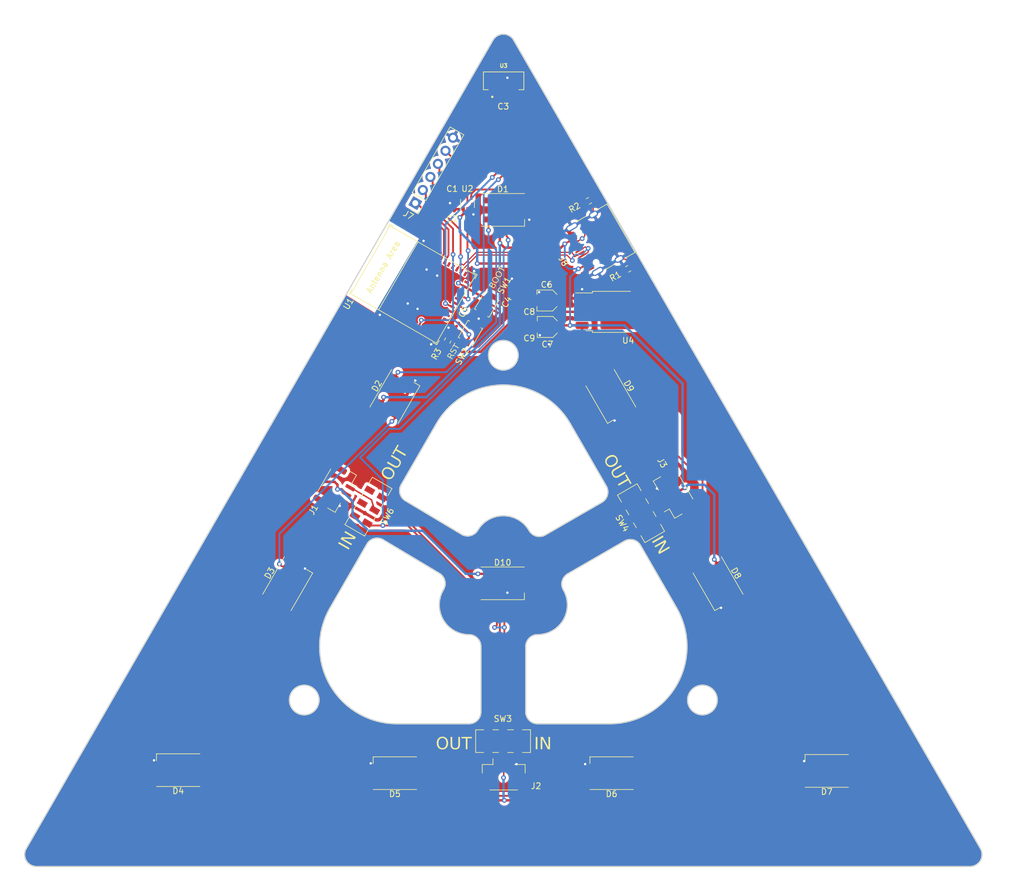
<source format=kicad_pcb>
(kicad_pcb (version 20221018) (generator pcbnew)
  (layers (0 "F.Cu" signal) (31 "B.Cu" signal) (34 "B.Paste" user) (35 "F.Paste" user) (36 "B.SilkS" user "B.Silkscreen") (37 "F.SilkS" user "F.Silkscreen") (38 "B.Mask" user) (39 "F.Mask" user) (44 "Edge.Cuts" user))
  (net 0 "")
  (net 1 "GND")
  (net 2 "DIN")
  (net 3 "+5V")
  (net 4 "Net-(D1-DOUT)")
  (net 5 "Net-(D2-DOUT)")
  (net 6 "Net-(D3-DOUT)")
  (net 7 "Net-(D4-DOUT)")
  (net 8 "DOUT")
  (net 9 "ESP_RX")
  (net 10 "ESP_TX")
  (net 11 "EN")
  (net 12 "Net-(D5-DOUT)")
  (net 13 "Net-(D6-DOUT)")
  (net 14 "+3V3")
  (net 15 "BOOT")
  (net 16 "Net-(J1-Pin_1)")
  (net 17 "Net-(J2-Pin_1)")
  (net 18 "Net-(J3-Pin_1)")
  (net 19 "Net-(J8-CC1)")
  (net 20 "D+")
  (net 21 "D-")
  (net 23 "Net-(J8-CC2)")
  (net 27 "ESP_DOUT")
  (net 36 "SDA")
  (net 37 "SCL")
  (net 48 "Net-(D7-DOUT)")
  (net 49 "Net-(D8-DOUT)")
  (net 50 "Net-(D10-DIN)")
  (footprint "Connector_JST:JST_GH_SM03B-GHS-TB_1x03-1MP_P1.25mm_Horizontal" (layer "F.Cu") (at 116.751853 96.544468 -120)
    (fp_text reference "J1")
    (fp_text value "Conn_01x03_Pin")
  )
  (footprint "LED_SMD:LED_SK6812_PLCC4_5.0x5.0mm_P3.2mm" (layer "F.Cu") (at 90.043 143.891 180)
    (fp_text reference "D4")
    (fp_text value "SK6812")
  )
  (footprint "Resistor_SMD:R_0603_1608Metric" (layer "F.Cu") (at 159.131 48.133 -150)
    (fp_text reference "R2")
    (fp_text value "5K1")
  )
  (footprint "Capacitor_SMD:C_Elec_3x5.4" (layer "F.Cu") (at 152.201 69.342 180)
    (fp_text reference "C9")
    (fp_text value "10uF")
  )
  (footprint "LED_SMD:LED_SK6812_PLCC4_5.0x5.0mm_P3.2mm" (layer "F.Cu") (at 144.616 112.471)
    (fp_text reference "D10")
    (fp_text value "SK6812")
  )
  (footprint "Sensor:XDCR_VEML7700-TT" (layer "F.Cu") (at 144.78 27.94 90)
    (fp_text reference "U3")
    (fp_text value "VEML7700-TT")
  )
  (footprint "Capacitor_SMD:C_0201_0603Metric" (layer "F.Cu") (at 153.924 62.23 180)
    (fp_text reference "C6")
    (fp_text value "100nF")
  )
  (footprint "Capacitor_SMD:C_0201_0603Metric" (layer "F.Cu") (at 144.714 30.861)
    (fp_text reference "C3")
    (fp_text value "100nF")
  )
  (footprint "Capacitor_SMD:C_Elec_3x5.4" (layer "F.Cu") (at 152.146 64.897 180)
    (fp_text reference "C8")
    (fp_text value "10uF")
  )
  (footprint "Capacitor_SMD:C_0201_0603Metric" (layer "F.Cu") (at 136.159 49.85 180)
    (fp_text reference "C2")
    (fp_text value "100nF")
  )
  (footprint "LED_SMD:LED_SK6812_PLCC4_5.0x5.0mm_P3.2mm" (layer "F.Cu") (at 180.848 112.522 -60)
    (fp_text reference "D8")
    (fp_text value "SK6812")
  )
  (footprint "Capacitor_SMD:C_0201_0603Metric" (layer "F.Cu") (at 137.033 68.961 -120)
    (fp_text reference "C5")
    (fp_text value "100nF")
  )
  (footprint "Espressif:ESP32-C3-MINI-1" (layer "F.Cu") (at 129.578256 62.198359 60)
    (fp_text reference "U1")
    (fp_text value "ESP32-C3-MINI-1")
  )
  (footprint "Package_TO_SOT_SMD:TO-252-3_TabPin2" (layer "F.Cu") (at 163.019 66.802)
    (fp_text reference "U4")
    (fp_text value "AMS1117CD-3.3")
  )
  (footprint "Resistor_SMD:R_0603_1608Metric" (layer "F.Cu") (at 135.382 71.628 -120)
    (fp_text reference "R3")
    (fp_text value "10K")
  )
  (footprint "Capacitor_SMD:C_0201_0603Metric" (layer "F.Cu") (at 153.924 72.263 180)
    (fp_text reference "C7")
    (fp_text value "100nF")
  )
  (footprint "LED_SMD:LED_SK6812_PLCC4_5.0x5.0mm_P3.2mm" (layer "F.Cu") (at 162.814 81.026 -60)
    (fp_text reference "D9")
    (fp_text value "SK6812")
  )
  (footprint "Resistor_SMD:R_0603_1608Metric" (layer "F.Cu") (at 165.735 59.563 30)
    (fp_text reference "R1")
    (fp_text value "5K1")
  )
  (footprint "Connector_JST:JST_GH_SM03B-GHS-TB_1x03-1MP_P1.25mm_Horizontal" (layer "F.Cu") (at 144.796 144.653)
    (fp_text reference "J2")
    (fp_text value "Conn_01x03_Pin")
  )
  (footprint "Button_Switch_SMD:SW_SPST_B3U-1000P" (layer "F.Cu") (at 139.192 70.358 -120)
    (fp_text reference "SW2")
    (fp_text value "SW_Push")
  )
  (footprint "Button_Switch_SMD:SW_DPDT_CK_JS202011JCQN" (layer "F.Cu") (at 167.89077 100.669936 -60)
    (fp_text reference "SW4")
    (fp_text value "SW_DPDT_x2")
  )
  (footprint "Capacitor_SMD:C_0201_0603Metric" (layer "F.Cu") (at 143.891 66.675 -120)
    (fp_text reference "C4")
    (fp_text value "100nF")
  )
  (footprint "Connector_USB:USB_C_Receptacle_HRO_TYPE-C-31-M-12" (layer "F.Cu") (at 161.141673 54.69577 120)
    (fp_text reference "J8")
    (fp_text value "USB_C_Receptacle_USB2.0")
  )
  (footprint "LED_SMD:LED_SK6812_PLCC4_5.0x5.0mm_P3.2mm" (layer "F.Cu") (at 108.458 112.522 60)
    (fp_text reference "D3")
    (fp_text value "SK6812")
  )
  (footprint "Button_Switch_SMD:SW_SPST_B3U-1000P" (layer "F.Cu") (at 141.947 65.583757 60)
    (fp_text reference "SW1")
    (fp_text value "SW_Push")
  )
  (footprint "LED_SMD:LED_SK6812_PLCC4_5.0x5.0mm_P3.2mm" (layer "F.Cu") (at 126.492 81.026 60)
    (fp_text reference "D2")
    (fp_text value "SK6812")
  )
  (footprint "LED_SMD:LED_SK6812_PLCC4_5.0x5.0mm_P3.2mm" (layer "F.Cu") (at 199.136 144.018 180)
    (fp_text reference "D7")
    (fp_text value "SK6812")
  )
  (footprint "LED_SMD:LED_SK6812_PLCC4_5.0x5.0mm_P3.2mm" (layer "F.Cu") (at 144.653 49.657)
    (fp_text reference "D1")
    (fp_text value "SK6812")
  )
  (footprint "Button_Switch_SMD:SW_DPDT_CK_JS202011JCQN" (layer "F.Cu") (at 122.047 99.568 -120)
    (fp_text reference "SW6")
    (fp_text value "SW_DPDT_x2")
  )
  (footprint "Package_TO_SOT_SMD:SOT-353_SC-70-5" (layer "F.Cu") (at 138.699 48.58 90)
    (fp_text reference "U2")
    (fp_text value "SN74AUP1T34DCK")
  )
  (footprint "Button_Switch_SMD:SW_DPDT_CK_JS202011JCQN" (layer "F.Cu") (at 144.693 139.008)
    (fp_text reference "SW3")
    (fp_text value "SW_DPDT_x2")
  )
  (footprint "Connector_PinHeader_2.54mm:PinHeader_1x06_P2.54mm_Vertical" (layer "F.Cu") (at 129.921 48.514 150)
    (fp_text reference "J7")
    (fp_text value "Conn_01x05_Pin")
  )
  (footprint "LED_SMD:LED_SK6812_PLCC4_5.0x5.0mm_P3.2mm" (layer "F.Cu") (at 126.492 144.399 180)
    (fp_text reference "D5")
    (fp_text value "SK6812")
  )
  (footprint "Capacitor_SMD:C_0201_0603Metric" (layer "F.Cu") (at 136.159 47.31 180)
    (fp_text reference "C1")
    (fp_text value "100nF")
  )
  (footprint "LED_SMD:LED_SK6812_PLCC4_5.0x5.0mm_P3.2mm" (layer "F.Cu") (at 162.941 144.399 180)
    (fp_text reference "D6")
    (fp_text value "SK6812")
  )
  (footprint "Connector_JST:JST_GH_SM03B-GHS-TB_1x03-1MP_P1.25mm_Horizontal" (layer "F.Cu") (at 173.228 97.536 120)
    (fp_text reference "J3")
    (fp_text value "Conn_01x03_Pin")
  )
  (gr_arc (start 138.962736 121.094358) (mid 140.37695 121.680144) (end 140.962736 123.094358) (stroke (width 0.2)) (layer "Edge.Cuts"))
  (gr_line (start 148.501738 123.094358) (end 148.501738 134.094358) (stroke (width 0.2)) (layer "Edge.Cuts"))
  (gr_arc (start 154.831865 113.594358) (mid 154.831865 118.594358) (end 150.501738 121.094358) (stroke (width 0.2)) (layer "Edge.Cuts"))
  (gr_line (start 162.052745 96.101289) (end 155.990567 85.601289) (stroke (width 0.2)) (layer "Edge.Cuts"))
  (gr_line (start 155.563916 110.862307) (end 165.090195 105.362307) (stroke (width 0.2)) (layer "Edge.Cuts"))
  (gr_arc (start 140.962736 134.094358) (mid 140.376949 135.508571) (end 138.962736 136.094358) (stroke (width 0.2)) (layer "Edge.Cuts"))
  (gr_arc (start 165.090195 105.362307) (mid 166.607833 105.162506) (end 167.822246 106.094358) (stroke (width 0.2)) (layer "Edge.Cuts"))
  (gr_arc (start 121.778065 105.859081) (mid 123.00707 104.923379) (end 124.53614 105.142319) (stroke (width 0.2)) (layer "Edge.Cuts"))
  (gr_arc (start 151.794415 104.333339) (mid 150.276777 104.53314) (end 149.062364 103.601289) (stroke (width 0.2)) (layer "Edge.Cuts"))
  (gr_arc (start 138.962736 121.094358) (mid 134.632609 118.594358) (end 134.632609 113.594358) (stroke (width 0.2)) (layer "Edge.Cuts"))
  (gr_line (start 133.979408 110.786099) (end 124.53614 105.142319) (stroke (width 0.2)) (layer "Edge.Cuts"))
  (gr_arc (start 126.83838 136.094358) (mid 115.58005 129.594358) (end 115.58005 116.594358) (stroke (width 0.2)) (layer "Edge.Cuts"))
  (gr_line (start 126.83838 136.094358) (end 138.962736 136.094358) (stroke (width 0.2)) (layer "Edge.Cuts"))
  (gr_arc (start 66.216602 160.094358) (mid 64.484551 159.094358) (end 64.484551 157.094358) (stroke (width 0.2)) (layer "Edge.Cuts"))
  (gr_arc (start 140.40211 103.601289) (mid 144.732237 101.101289) (end 149.062364 103.601289) (stroke (width 0.2)) (layer "Edge.Cuts"))
  (gr_arc (start 140.454935 103.509792) (mid 139.225931 104.445495) (end 137.69686 104.226554) (stroke (width 0.2)) (layer "Edge.Cuts"))
  (gr_line (start 121.778065 105.859081) (end 115.58005 116.594358) (stroke (width 0.2)) (layer "Edge.Cuts"))
  (gr_line (start 140.962736 123.094358) (end 140.962736 134.094358) (stroke (width 0.2)) (layer "Edge.Cuts"))
  (gr_line (start 150.501738 136.094358) (end 162.626094 136.094358) (stroke (width 0.2)) (layer "Edge.Cuts"))
  (gr_arc (start 128.253592 98.582774) (mid 127.343914 97.369058) (end 127.547566 95.866012) (stroke (width 0.2)) (layer "Edge.Cuts"))
  (gr_circle (center 178.219772 132.093706) (end 180.719772 132.093706) (stroke (width 0.2)) (fill none) (layer "Edge.Cuts"))
  (gr_line (start 173.884424 116.594358) (end 167.822246 106.094358) (stroke (width 0.2)) (layer "Edge.Cuts"))
  (gr_arc (start 162.052745 96.101289) (mid 162.252546 97.618927) (end 161.320694 98.833339) (stroke (width 0.2)) (layer "Edge.Cuts"))
  (gr_arc (start 143.000186 21.101289) (mid 144.732237 20.101289) (end 146.464288 21.101289) (stroke (width 0.2)) (layer "Edge.Cuts"))
  (gr_arc (start 224.979923 157.094358) (mid 224.979923 159.094358) (end 223.247872 160.094358) (stroke (width 0.2)) (layer "Edge.Cuts"))
  (gr_arc (start 150.501738 136.094358) (mid 149.087524 135.508572) (end 148.501738 134.094358) (stroke (width 0.2)) (layer "Edge.Cuts"))
  (gr_line (start 151.794415 104.333339) (end 161.320694 98.833339) (stroke (width 0.2)) (layer "Edge.Cuts"))
  (gr_line (start 223.247872 160.094358) (end 66.216602 160.094358) (stroke (width 0.2)) (layer "Edge.Cuts"))
  (gr_arc (start 154.831865 113.594358) (mid 154.632064 112.07672) (end 155.563916 110.862307) (stroke (width 0.2)) (layer "Edge.Cuts"))
  (gr_arc (start 133.979408 110.786099) (mid 134.889086 111.999815) (end 134.685434 113.502861) (stroke (width 0.2)) (layer "Edge.Cuts"))
  (gr_circle (center 111.244165 132.096439) (end 113.744165 132.096439) (stroke (width 0.2)) (fill none) (layer "Edge.Cuts"))
  (gr_line (start 64.484551 157.094358) (end 143.000186 21.101289) (stroke (width 0.2)) (layer "Edge.Cuts"))
  (gr_line (start 134.685434 113.502861) (end 134.632609 113.594358) (stroke (width 0.2)) (layer "Edge.Cuts"))
  (gr_arc (start 133.473907 85.601289) (mid 144.732237 79.101289) (end 155.990567 85.601289) (stroke (width 0.2)) (layer "Edge.Cuts"))
  (gr_arc (start 173.884424 116.594358) (mid 173.884424 129.594358) (end 162.626094 136.094358) (stroke (width 0.2)) (layer "Edge.Cuts"))
  (gr_line (start 140.40211 103.601289) (end 140.454935 103.509792) (stroke (width 0.2)) (layer "Edge.Cuts"))
  (gr_line (start 133.473907 85.601289) (end 127.547566 95.866012) (stroke (width 0.2)) (layer "Edge.Cuts"))
  (gr_line (start 146.464288 21.101289) (end 224.979923 157.094358) (stroke (width 0.2)) (layer "Edge.Cuts"))
  (gr_circle (center 144.727662 74.101817) (end 147.227662 74.101817) (stroke (width 0.2)) (fill none) (layer "Edge.Cuts"))
  (gr_line (start 128.253592 98.582774) (end 137.69686 104.226554) (stroke (width 0.2)) (layer "Edge.Cuts"))
  (gr_arc (start 148.501738 123.094358) (mid 149.087524 121.680144) (end 150.501738 121.094358) (stroke (width 0.2)) (layer "Edge.Cuts"))
  (gr_text "OUT" (at 127.508 92.964 60) (layer "F.SilkS") (effects (font (size 2.032 2.032)) (justify bottom)))
  (gr_text "IN" (at 151.384 140.716) (layer "F.SilkS") (effects (font (size 2.032 2.032)) (justify bottom)))
  (gr_text "OUT" (at 162.687 94.234 300) (layer "F.SilkS") (effects (font (size 2.032 2.032)) (justify bottom)))
  (gr_text "IN" (at 170.053 106.68 300) (layer "F.SilkS") (effects (font (size 2.032 2.032)) (justify bottom)))
  (gr_text "RST" (at 136.906 73.787 60) (layer "F.SilkS") (effects (font (size 1.016 1.016)) (justify bottom)))
  (gr_text "IN" (at 119.634 105.918 60) (layer "F.SilkS") (effects (font (size 2.032 2.032)) (justify bottom)))
  (gr_text "OUT" (at 136.398 140.716) (layer "F.SilkS") (effects (font (size 2.032 2.032)) (justify bottom)))
  (gr_text "BOOT" (at 144.272 61.341 60) (layer "F.SilkS") (effects (font (size 1.016 1.016)) (justify bottom)))
  (segment (start 156.0136 52.776953) (end 156.271013 52.51954) (width 0.3048) (layer "F.Cu") (net 1))
  (segment (start 133.626925 64.535859) (end 132.904025 64.535859) (width 0.3048) (layer "F.Cu") (net 1))
  (segment (start 145.034 30.861) (end 145.415 30.48) (width 0.3048) (layer "F.Cu") (net 1))
  (segment (start 143.731 66.952128) (end 141.859 65.786) (width 0.3048) (layer "F.Cu") (net 1))
  (segment (start 145.415 28.84) (end 145.415 27.432) (width 0.3048) (layer "F.Cu") (net 1))
  (segment (start 157.979 61.473069) (end 157.988 61.473069) (width 0.4064) (layer "F.Cu") (net 1))
  (segment (start 150.821 63.428) (end 150.749 63.5) (width 0.4064) (layer "F.Cu") (net 1))
  (segment (start 131.193624 60.322376) (end 131.826 59.69) (width 0.3048) (layer "F.Cu") (net 1))
  (segment (start 130.206124 65.258759) (end 129.218624 64.271259) (width 0.3048) (layer "F.Cu") (net 1))
  (segment (start 146.046 142.803) (end 146.867 142.803) (width 0.25) (layer "F.Cu") (net 1))
  (segment (start 130.604699 55.920508) (end 129.413 58.166) (width 0.3048) (layer "F.Cu") (net 1))
  (segment (start 133.626925 63.812959) (end 134.614425 62.825459) (width 0.3048) (layer "F.Cu") (net 1))
  (segment (start 157.988 61.473069) (end 158.478096 61.196096) (width 0.4064) (layer "F.Cu") (net 1))
  (segment (start 151.3205 62.23) (end 150.821 62.7295) (width 0.4064) (layer "F.Cu") (net 1))
  (segment (start 160.491 142.799) (end 158.572 142.799) (width 0.4064) (layer "F.Cu") (net 1))
  (segment (start 132.639425 65.523359) (end 133.626925 64.535859) (width 0.3048) (layer "F.Cu") (net 1))
  (segment (start 135.839 47.31) (end 135.839 48.438) (width 0.3048) (layer "F.Cu") (net 1))
  (segment (start 147.103 51.257) (end 149.047 51.257) (width 0.4064) (layer "F.Cu") (net 1))
  (segment (start 134.582492 68.82035) (end 135.509 69.353929) (width 0.4064) (layer "F.Cu") (net 1))
  (segment (start 150.876 70.739) (end 150.876 69.342) (width 0.4064) (layer "F.Cu") (net 1))
  (segment (start 196.686 142.418) (end 195.377 142.418) (width 0.3048) (layer "F.Cu") (net 1))
  (segment (start 133.626925 64.535859) (end 133.626925 63.812959) (width 0.3048) (layer "F.Cu") (net 1))
  (segment (start 157.979 64.522) (end 157.979 62.992) (width 0.4064) (layer "F.Cu") (net 1))
  (segment (start 135.739872 69.238128) (end 135.509 69.469) (width 0.3048) (layer "F.Cu") (net 1))
  (segment (start 153.604 72.263) (end 152.4 72.263) (width 0.4064) (layer "F.Cu") (net 1))
  (segment (start 134.614425 62.825459) (end 133.891525 62.825459) (width 0.3048) (layer "F.Cu") (net 1))
  (segment (start 133.891525 62.825459) (end 132.904025 61.837959) (width 0.3048) (layer "F.Cu") (net 1))
  (segment (start 135.839 48.59) (end 135.839 49.85) (width 0.3048) (layer "F.Cu") (net 1))
  (segment (start 159.845471 50.384011) (end 159.891 50.42954) (width 0.2032) (layer "F.Cu") (net 1))
  (segment (start 87.593 142.291) (end 86.03 142.291) (width 0.4064) (layer "F.Cu") (net 1))
  (segment (start 122.479 142.799) (end 122.428 142.748) (width 0.4064) (layer "F.Cu") (net 1))
  (segment (start 130.206124 63.283759) (end 129.218624 64.271259) (width 0.3048) (layer "F.Cu") (net 1))
  (segment (start 163.449 85.09) (end 162.653359 83.947762) (width 0.4064) (layer "F.Cu") (net 1))
  (segment (start 131.193624 60.850459) (end 131.916525 60.850459) (width 0.3048) (layer "F.Cu") (net 1))
  (segment (start 140.042 68.885757) (end 140.589 67.945) (width 0.4064) (layer "F.Cu") (net 1))
  (segment (start 150.749 63.5) (end 150.821 63.572) (width 0.4064) (layer "F.Cu") (net 1))
  (segment (start 150.876 71.247) (end 150.876 70.739) (width 0.4064) (layer "F.Cu") (net 1))
  (segment (start 130.929025 65.258759) (end 130.206124 65.258759) (width 0.3048) (layer "F.Cu") (net 1))
  (segment (start 152.4 72.263) (end 151.892 72.263) (width 0.4064) (layer "F.Cu") (net 1))
  (segment (start 166.449471 59.1505) (end 165.210971 57.912) (width 0.2032) (layer "F.Cu") (net 1))
  (segment (start 131.916525 66.246259) (end 130.929025 65.258759) (width 0.3048) (layer "F.Cu") (net 1))
  (segment (start 141.097 61.214) (end 146.177 61.214) (width 0.4064) (layer "F.Cu") (net 1))
  (segment (start 132.904025 61.837959) (end 132.904025 62.560859) (width 0.3048) (layer "F.Cu") (net 1))
  (segment (start 124.042 142.799) (end 122.479 142.799) (width 0.4064) (layer "F.Cu") (net 1))
  (segment (start 110.814641 111.200238) (end 111.379 109.982) (width 0.4064) (layer "F.Cu") (net 1))
  (segment (start 165.210971 57.912) (end 164.211 57.912) (width 0.2032) (layer "F.Cu") (net 1))
  (segment (start 129.218624 64.271259) (end 129.218624 64.837376) (width 0.3048) (layer "F.Cu") (net 1))
  (segment (start 131.916525 64.271259) (end 130.929025 65.258759) (width 0.3048) (layer "F.Cu") (net 1))
  (segment (start 139.827 59.944) (end 139.954 60.071) (width 0.4064) (layer "F.Cu") (net 1))
  (segment (start 135.763 48.514) (end 135.839 48.59) (width 0.3048) (layer "F.Cu") (net 1))
  (segment (start 129.413 58.166) (end 124.654699 66.22621) (width 0.3048) (layer "F.Cu") (net 1))
  (segment (start 124.60065 66.383492) (end 124.067071 67.31) (width 0.4064) (layer "F.Cu") (net 1))
  (segment (start 195.377 142.418) (end 195.326 142.367) (width 0.3048) (layer "F.Cu") (net 1))
  (segment (start 86.03 142.291) (end 85.979 142.24) (width 0.4064) (layer "F.Cu") (net 1))
  (segment (start 139.17835 60.870508) (end 139.711929 59.944) (width 0.4064) (layer "F.Cu") (net 1))
  (segment (start 140.589 67.945) (end 141.097 67.056) (width 0.4064) (layer "F.Cu") (net 1))
  (segment (start 150.821 63.572) (end 150.821 64.897) (width 0.4064) (layer "F.Cu") (net 1))
  (segment (start 139.349 50.068) (end 139.7 50.419) (width 0.4064) (layer "F.Cu") (net 1))
  (segment (start 132.904025 61.837959) (end 133.604 61.137984) (width 0.3048) (layer "F.Cu") (net 1))
  (segment (start 132.639425 66.246259) (end 131.916525 66.246259) (width 0.3048) (layer "F.Cu") (net 1))
  (segment (start 131.916525 63.548359) (end 131.916525 64.271259) (width 0.3048) (layer "F.Cu") (net 1))
  (segment (start 159.845471 47.7205) (end 159.845471 50.384011) (width 0.2032) (layer "F.Cu") (net 1))
  (segment (start 130.206124 62.560859) (end 130.929025 62.560859) (width 0.3048) (layer "F.Cu") (net 1))
  (segment (start 132.639425 66.246259) (end 132.639425 65.523359) (width 0.3048) (layer "F.Cu") (net 1))
  (segment (start 150.821 62.7295) (end 150.821 63.428) (width 0.4064) (layer "F.Cu") (net 1))
  (segment (start 171.000853 97.378468) (end 170.561 96.52) (width 0.4064) (layer "F.Cu") (net 1))
  (segment (start 124.654699 66.22621) (end 126.195243 67.057909) (width 0.4064) (layer "F.Cu") (net 1))
  (segment (start 158.572 142.799) (end 158.496 142.875) (width 0.4064) (layer "F.Cu") (net 1))
  (segment (start 153.604 62.23) (end 152.273 62.23) (width 0.4064) (layer "F.Cu") (net 1))
  (segment (start 129.102641 79.704238) (end 129.921 78.359) (width 0.3048) (layer "F.Cu") (net 1))
  (segment (start 136.873 69.238128) (end 135.739872 69.238128) (width 0.3048) (layer "F.Cu") (net 1))
  (segment (start 130.929025 65.666975) (end 130.302 66.294) (width 0.3048) (layer "F.Cu") (net 1))
  (segment (start 152.273 62.23) (end 151.3205 62.23) (width 0.4064) (layer "F.Cu") (net 1))
  (segment (start 117.729 98.552) (end 117.729 98.933) (width 0.4064) (layer "F.Cu") (net 1))
  (segment (start 130.66935 55.790508) (end 131.202929 54.864) (width 0.4064) (layer "F.Cu") (net 1))
  (segment (start 151.892 72.263) (end 150.876 71.247) (width 0.4064) (layer "F.Cu") (net 1))
  (segment (start 158.478096 61.196096) (end 160.591013 60.002) (width 0.4064) (layer "F.Cu") (net 1))
  (segment (start 139.349 49.53) (end 139.349 50.068) (width 0.4064) (layer "F.Cu") (net 1))
  (segment (start 133.23665 71.336492) (end 132.703071 72.263) (width 0.4064) (layer "F.Cu") (net 1))
  (segment (start 131.193624 61.573359) (end 130.206124 62.560859) (width 0.3048) (layer "F.Cu") (net 1))
  (segment (start 139.711929 59.944) (end 139.827 59.944) (width 0.4064) (layer "F.Cu") (net 1))
  (segment (start 130.206124 62.560859) (end 130.206124 63.283759) (width 0.3048) (layer "F.Cu") (net 1))
  (segment (start 129.218624 64.837376) (end 128.651 65.405) (width 0.3048) (layer "F.Cu") (net 1))
  (segment (start 146.867 142.803) (end 146.939 142.875) (width 0.25) (layer "F.Cu") (net 1))
  (segment (start 131.916525 60.850459) (end 132.904025 61.837959) (width 0.3048) (layer "F.Cu") (net 1))
  (segment (start 117.729 98.933) (end 117.221 99.441) (width 0.4064) (layer "F.Cu") (net 1))
  (segment (start 132.430626 70.657909) (end 133.22835 71.17621) (width 0.4064) (layer "F.Cu") (net 1))
  (segment (start 131.193624 60.850459) (end 131.193624 61.573359) (width 0.3048) (layer "F.Cu") (net 1))
  (segment (start 135.839 48.438) (end 135.763 48.514) (width 0.3048) (layer "F.Cu") (net 1))
  (segment (start 145.44 114.071) (end 145.415 114.046) (width 0.3048) (layer "F.Cu") (net 1))
  (segment (start 141.859 65.786) (end 141.097 67.056) (width 0.3048) (layer "F.Cu") (net 1))
  (segment (start 157.979 62.992) (end 157.979 61.473069) (width 0.4064) (layer "F.Cu") (net 1))
  (segment (start 156.0136 53.903687) (end 156.0136 52.776953) (width 0.3048) (layer "F.Cu") (net 1))
  (segment (start 139.827 59.944) (end 141.097 61.214) (width 0.4064) (layer "F.Cu") (net 1))
  (segment (start 132.904025 62.560859) (end 131.916525 63.548359) (width 0.3048) (layer "F.Cu") (net 1))
  (segment (start 157.988 60.318357) (end 158.478096 61.196096) (width 0.4064) (layer "F.Cu") (net 1))
  (segment (start 149.047 51.257) (end 149.098 51.308) (width 0.4064) (layer "F.Cu") (net 1))
  (segment (start 130.929025 62.560859) (end 131.916525 63.548359) (width 0.3048) (layer "F.Cu") (net 1))
  (segment (start 131.193624 60.850459) (end 131.193624 60.322376) (width 0.3048) (layer "F.Cu") (net 1))
  (segment (start 133.604 61.137984) (end 133.604 60.706) (width 0.3048) (layer "F.Cu") (net 1))
  (segment (start 145.415 30.48) (end 145.415 28.84) (width 0.3048) (layer "F.Cu") (net 1))
  (segment (start 130.929025 65.258759) (end 130.929025 65.666975) (width 0.3048) (layer "F.Cu") (net 1))
  (segment (start 180.687359 115.443762) (end 181.356 116.586) (width 0.3048) (layer "F.Cu") (net 1))
  (segment (start 159.2636 59.532853) (end 157.988 60.318357) (width 0.4064) (layer "F.Cu") (net 1))
  (segment (start 147.066 114.071) (end 145.44 114.071) (width 0.3048) (layer "F.Cu") (net 1))
  (segment (start 132.904025 64.535859) (end 131.916525 63.548359) (width 0.3048) (layer "F.Cu") (net 1))
  (via (at 133.604 60.706) (size 0.8) (drill 0.4) (layers "F.Cu" "B.Cu") (net 1))
  (via (at 117.221 99.441) (size 0.8) (drill 0.4) (layers "F.Cu" "B.Cu") (net 1))
  (via (at 146.177 61.214) (size 0.8) (drill 0.4) (layers "F.Cu" "B.Cu") (net 1))
  (via (at 135.509 69.469) (size 0.8) (drill 0.4) (layers "F.Cu" "B.Cu") (net 1))
  (via (at 145.415 114.046) (size 0.8) (drill 0.4) (layers "F.Cu" "B.Cu") (net 1))
  (via (at 170.561 96.52) (size 0.8) (drill 0.4) (layers "F.Cu" "B.Cu") (net 1))
  (via (at 140.589 67.945) (size 0.8) (drill 0.4) (layers "F.Cu" "B.Cu") (net 1))
  (via (at 150.876 70.739) (size 0.8) (drill 0.4) (layers "F.Cu" "B.Cu") (net 1))
  (via (at 195.326 142.367) (size 0.8) (drill 0.4) (layers "F.Cu" "B.Cu") (net 1))
  (via (at 129.921 78.359) (size 0.8) (drill 0.4) (layers "F.Cu" "B.Cu") (net 1))
  (via (at 163.449 85.09) (size 0.8) (drill 0.4) (layers "F.Cu" "B.Cu") (net 1))
  (via (at 146.939 142.875) (size 0.8) (drill 0.4) (layers "F.Cu" "B.Cu") (net 1))
  (via (at 158.496 142.875) (size 0.8) (drill 0.4) (layers "F.Cu" "B.Cu") (net 1))
  (via (at 157.979 62.992) (size 0.8) (drill 0.4) (layers "F.Cu" "B.Cu") (net 1))
  (via (at 132.588 72.263) (size 0.8) (drill 0.4) (layers "F.Cu" "B.Cu") (net 1))
  (via (at 123.952 67.31) (size 0.8) (drill 0.4) (layers "F.Cu" "B.Cu") (net 1))
  (via (at 181.356 116.586) (size 0.8) (drill 0.4) (layers "F.Cu" "B.Cu") (net 1))
  (via (at 135.763 48.514) (size 0.8) (drill 0.4) (layers "F.Cu" "B.Cu") (net 1))
  (via (at 122.428 142.748) (size 0.8) (drill 0.4) (layers "F.Cu" "B.Cu") (net 1))
  (via (at 150.749 63.5) (size 0.8) (drill 0.4) (layers "F.Cu" "B.Cu") (net 1))
  (via (at 152.273 62.23) (size 0.8) (drill 0.4) (layers "F.Cu" "B.Cu") (net 1))
  (via (at 131.826 59.69) (size 0.8) (drill 0.4) (layers "F.Cu" "B.Cu") (net 1))
  (via (at 111.379 109.982) (size 0.8) (drill 0.4) (layers "F.Cu" "B.Cu") (net 1))
  (via (at 152.4 72.263) (size 0.8) (drill 0.4) (layers "F.Cu" "B.Cu") (net 1))
  (via (at 85.979 142.24) (size 0.8) (drill 0.4) (layers "F.Cu" "B.Cu") (net 1))
  (via (at 139.7 50.419) (size 0.8) (drill 0.4) (layers "F.Cu" "B.Cu") (net 1))
  (via (at 130.302 66.294) (size 0.8) (drill 0.4) (layers "F.Cu" "B.Cu") (net 1))
  (via (at 139.827 59.944) (size 0.8) (drill 0.4) (layers "F.Cu" "B.Cu") (net 1))
  (via (at 149.098 51.308) (size 0.8) (drill 0.4) (layers "F.Cu" "B.Cu") (net 1))
  (via (at 128.651 65.405) (size 0.8) (drill 0.4) (layers "F.Cu" "B.Cu") (net 1))
  (via (at 131.318 54.864) (size 0.8) (drill 0.4) (layers "F.Cu" "B.Cu") (net 1))
  (via (at 145.415 27.432) (size 0.8) (drill 0.4) (layers "F.Cu" "B.Cu") (net 1))
  (segment (start 146.431 46.228) (end 147.103 46.9) (width 0.3048) (layer "F.Cu") (net 2))
  (segment (start 144.907 134.493) (end 147.193 136.779) (width 0.3048) (layer "F.Cu") (net 2))
  (segment (start 147.193 136.779) (end 147.193 138.049) (width 0.3048) (layer "F.Cu") (net 2))
  (segment (start 136.46768 110.55968) (end 128.651 102.743) (width 0.3048) (layer "F.Cu") (net 2))
  (segment (start 145.542 54.356) (end 145.542 54.737) (width 0.3048) (layer "F.Cu") (net 2))
  (segment (start 150.958096 112.8998) (end 160.225896 103.632) (width 0.3048) (layer "F.Cu") (net 2))
  (segment (start 147.103 48.057) (end 145.288 49.872) (width 0.3048) (layer "F.Cu") (net 2))
  (segment (start 150.8792 112.8998) (end 150.958096 112.8998) (width 0.3048) (layer "F.Cu") (net 2))
  (segment (start 145.288 54.102) (end 145.542 54.356) (width 0.3048) (layer "F.Cu") (net 2))
  (segment (start 139.349 46.96) (end 140.081 46.228) (width 0.3048) (layer "F.Cu") (net 2))
  (segment (start 143.256 119.888) (end 143.637 119.507) (width 0.3048) (layer "F.Cu") (net 2))
  (segment (start 140.081 46.228) (end 146.431 46.228) (width 0.3048) (layer "F.Cu") (net 2))
  (segment (start 165.608 103.510723) (end 169.545 101.219) (width 0.3048) (layer "F.Cu") (net 2))
  (segment (start 144.907 119.888) (end 144.907 134.493) (width 0.3048) (layer "F.Cu") (net 2))
  (segment (start 143.637 117.680896) (end 136.515784 110.55968) (width 0.3048) (layer "F.Cu") (net 2))
  (segment (start 169.545 101.219) (end 170.18 102.235) (width 0.3048) (layer "F.Cu") (net 2))
  (segment (start 139.349 47.63) (end 139.349 46.96) (width 0.3048) (layer "F.Cu") (net 2))
  (segment (start 136.515784 110.55968) (end 136.46768 110.55968) (width 0.3048) (layer "F.Cu") (net 2))
  (segment (start 145.288 49.872) (end 145.288 54.102) (width 0.3048) (layer "F.Cu") (net 2))
  (segment (start 147.103 46.9) (end 147.103 48.057) (width 0.3048) (layer "F.Cu") (net 2))
  (segment (start 128.651 102.743) (end 124.46 102.743) (width 0.3048) (layer "F.Cu") (net 2))
  (segment (start 124.46 102.743) (end 122.301 102.743) (width 0.3048) (layer "F.Cu") (net 2))
  (segment (start 160.225896 103.632) (end 165.486723 103.632) (width 0.3048) (layer "F.Cu") (net 2))
  (segment (start 122.301 102.743) (end 122.047 102.489) (width 0.3048) (layer "F.Cu") (net 2))
  (segment (start 165.486723 103.632) (end 165.608 103.510723) (width 0.3048) (layer "F.Cu") (net 2))
  (segment (start 144.907 118.872) (end 150.8792 112.8998) (width 0.3048) (layer "F.Cu") (net 2))
  (segment (start 165.608 99.111332) (end 165.60154 99.104872) (width 0.3048) (layer "F.Cu") (net 2))
  (segment (start 144.907 119.888) (end 144.907 118.872) (width 0.3048) (layer "F.Cu") (net 2))
  (segment (start 143.637 119.507) (end 143.637 117.680896) (width 0.3048) (layer "F.Cu") (net 2))
  (via (at 144.907 119.888) (size 0.8) (drill 0.4) (layers "F.Cu" "B.Cu") (net 2))
  (via (at 145.542 54.737) (size 0.8) (drill 0.4) (layers "F.Cu" "B.Cu") (net 2))
  (via (at 143.256 119.888) (size 0.8) (drill 0.4) (layers "F.Cu" "B.Cu") (net 2))
  (via (at 124.46 102.743) (size 0.8) (drill 0.4) (layers "F.Cu" "B.Cu") (net 2))
  (segment (start 124.46 95.123) (end 124.46 102.743) (width 0.3048) (layer "B.Cu") (net 2))
  (segment (start 144.78 69.05658) (end 144.78 56.515) (width 0.3048) (layer "B.Cu") (net 2))
  (segment (start 120.65 91.313) (end 125.476 86.487) (width 0.3048) (layer "B.Cu") (net 2))
  (segment (start 143.256 119.888) (end 144.907 119.888) (width 0.3048) (layer "B.Cu") (net 2))
  (segment (start 145.542 55.753) (end 145.542 54.737) (width 0.3048) (layer "B.Cu") (net 2))
  (segment (start 144.78 56.515) (end 145.542 55.753) (width 0.3048) (layer "B.Cu") (net 2))
  (segment (start 127.34958 86.487) (end 144.78 69.05658) (width 0.3048) (layer "B.Cu") (net 2))
  (segment (start 125.476 86.487) (end 127.34958 86.487) (width 0.3048) (layer "B.Cu") (net 2))
  (segment (start 120.65 91.313) (end 124.46 95.123) (width 0.3048) (layer "B.Cu") (net 2))
  (segment (start 144.145 48.387) (end 144.145 55.245) (width 0.4064) (layer "F.Cu") (net 3))
  (segment (start 134.112 148.971) (end 131.14 145.999) (width 0.4064) (layer "F.Cu") (net 3))
  (segment (start 112.878369 95.401631) (end 116.356631 95.401631) (width 0.4064) (layer "F.Cu") (net 3))
  (segment (start 100.33 107.95) (end 112.878369 95.401631) (width 0.4064) (layer "F.Cu") (net 3))
  (segment (start 124.587 81.642121) (end 123.881359 82.347762) (width 0.4064) (layer "F.Cu") (net 3))
  (segment (start 123.881359 82.347762) (end 123.773238 82.347762) (width 0.4064) (layer "F.Cu") (net 3))
  (segment (start 136.799 47.63) (end 136.479 47.31) (width 0.4064) (layer "F.Cu") (net 3))
  (segment (start 162.179 76.708) (end 162.974641 78.104238) (width 0.4064) (layer "F.Cu") (net 3))
  (segment (start 131.14 145.999) (end 128.942 145.999) (width 0.4064) (layer "F.Cu") (net 3))
  (segment (start 167.081 145.999) (end 169.418 148.336) (width 0.4064) (layer "F.Cu") (net 3))
  (segment (start 103.867121 115.57) (end 100.33 115.57) (width 0.4064) (layer "F.Cu") (net 3))
  (segment (start 154.244 70.06) (end 153.526 69.342) (width 0.4064) (layer "F.Cu") (net 3))
  (segment (start 125.349 148.336) (end 127.686 145.999) (width 0.4064) (layer "F.Cu") (net 3))
  (segment (start 123.773238 82.347762) (end 114.935 91.186) (width 0.4064) (layer "F.Cu") (net 3))
  (segment (start 85.471 146.939) (end 89.662 146.939) (width 0.4064) (layer "F.Cu") (net 3))
  (segment (start 153.786 69.082) (end 153.526 69.342) (width 0.4064) (layer "F.Cu") (net 3))
  (segment (start 144.907 56.007) (end 154.432 56.007) (width 0.4064) (layer "F.Cu") (net 3))
  (segment (start 89.662 146.939) (end 91.11 145.491) (width 0.4064) (layer "F.Cu") (net 3))
  (segment (start 117.531532 96.647) (end 118.354 97.469468) (width 0.4064) (layer "F.Cu") (net 3))
  (segment (start 100.386359 117.150359) (end 100.33 117.094) (width 0.4064) (layer "F.Cu") (net 3))
  (segment (start 100.386359 118.796762) (end 100.386359 117.150359) (width 0.4064) (layer "F.Cu") (net 3))
  (segment (start 92.786 145.491) (end 95.631 148.336) (width 0.4064) (layer "F.Cu") (net 3))
  (segment (start 154.432 56.007) (end 155.067 55.372) (width 0.4064) (layer "F.Cu") (net 3))
  (segment (start 138.049 42.763182) (end 138.049 47.63) (width 0.3048) (layer "F.Cu") (net 3))
  (segment (start 100.386359 118.796762) (end 100.386359 136.976641) (width 0.4064) (layer "F.Cu") (net 3))
  (segment (start 116.356631 95.401631) (end 116.84 95.885) (width 0.4064) (layer "F.Cu") (net 3))
  (segment (start 157.979 69.082) (end 155.956 69.082) (width 0.4064) (layer "F.Cu") (net 3))
  (segment (start 158.652414 59.051218) (end 158.372782 59.051218) (width 0.3048) (layer "F.Cu") (net 3))
  (segment (start 158.8636 58.840032) (end 158.652414 59.051218) (width 0.3048) (layer "F.Cu") (net 3))
  (segment (start 158.372782 59.051218) (end 157.48 59.563) (width 0.3048) (layer "F.Cu") (net 3))
  (segment (start 144.907 148.971) (end 160.8455 148.971) (width 0.4064) (layer "F.Cu") (net 3))
  (segment (start 157.979 69.082) (end 157.979 75.302) (width 0.4064) (layer "F.Cu") (net 3))
  (segment (start 155.956 69.082) (end 153.786 69.082) (width 0.4064) (layer "F.Cu") (net 3))
  (segment (start 127.686 145.999) (end 128.942 145.999) (width 0.4064) (layer "F.Cu") (net 3))
  (segment (start 144.907 148.971) (end 134.112 148.971) (width 0.4064) (layer "F.Cu") (net 3))
  (segment (start 83.5184 139.088862) (end 83.5184 144.9864) (width 0.4064) (layer "F.Cu") (net 3))
  (segment (start 163.8175 145.999) (end 165.391 145.999) (width 0.4064) (layer "F.Cu") (net 3))
  (segment (start 91.11 145.491) (end 92.493 145.491) (width 0.4064) (layer "F.Cu") (net 3))
  (segment (start 114.935 95.401631) (end 116.356631 95.401631) (width 0.4064) (layer "F.Cu") (net 3))
  (segment (start 143.815 48.057) (end 144.145 48.387) (width 0.4064) (layer "F.Cu") (net 3))
  (segment (start 124.587 81.153) (end 124.587 81.642121) (width 0.4064) (layer "F.Cu") (net 3))
  (segment (start 84.986862 137.6204) (end 83.5184 139.088862) (width 0.4064) (layer "F.Cu") (net 3))
  (segment (start 144.796 142.803) (end 144.796 145.13) (width 0.25) (layer "F.Cu") (net 3))
  (segment (start 105.593359 113.843762) (end 103.867121 115.57) (width 0.4064) (layer "F.Cu") (net 3))
  (segment (start 114.935 91.186) (end 114.935 95.401631) (width 0.4064) (layer "F.Cu") (net 3))
  (segment (start 142.203 48.057) (end 143.815 48.057) (width 0.4064) (layer "F.Cu") (net 3))
  (segment (start 100.386359 136.976641) (end 99.7426 137.6204) (width 0.4064) (layer "F.Cu") (net 3))
  (segment (start 135.001 39.715182) (end 138.049 42.763182) (width 0.3048) (layer "F.Cu") (net 3))
  (segment (start 157.979 75.302) (end 159.385 76.708) (width 0.4064) (layer "F.Cu") (net 3))
  (segment (start 116.84 96.647) (end 117.531532 96.647) (width 0.4064) (layer "F.Cu") (net 3))
  (segment (start 200.279 148.336) (end 201.586 147.029) (width 0.4064) (layer "F.Cu") (net 3))
  (segment (start 201.586 147.029) (end 201.586 145.618) (width 0.4064) (layer "F.Cu") (net 3))
  (segment (start 144.145 55.245) (end 144.907 56.007) (width 0.4064) (layer "F.Cu") (net 3))
  (segment (start 156.4136 54.596508) (end 155.067 55.372) (width 0.3048) (layer "F.Cu") (net 3))
  (segment (start 144.796 145.13) (end 144.765 145.161) (width 0.25) (layer "F.Cu") (net 3))
  (segment (start 160.8455 148.971) (end 163.8175 145.999) (width 0.4064) (layer "F.Cu") (net 3))
  (segment (start 95.631 148.336) (end 125.349 148.336) (width 0.4064) (layer "F.Cu") (net 3))
  (segment (start 159.385 76.708) (end 162.179 76.708) (width 0.4064) (layer "F.Cu") (net 3))
  (segment (start 157.48 59.563) (end 157.353 59.563) (width 0.3048) (layer "F.Cu") (net 3))
  (segment (start 140.462 110.871) (end 142.166 110.871) (width 0.4064) (layer "F.Cu") (net 3))
  (segment (start 100.33 115.57) (end 100.33 107.95) (width 0.4064) (layer "F.Cu") (net 3))
  (segment (start 154.244 72.263) (end 154.244 70.06) (width 0.4064) (layer "F.Cu") (net 3))
  (segment (start 99.7426 137.6204) (end 84.986862 137.6204) (width 0.4064) (layer "F.Cu") (net 3))
  (segment (start 138.049 47.63) (end 136.799 47.63) (width 0.4064) (layer "F.Cu") (net 3))
  (segment (start 83.5184 144.9864) (end 85.471 146.939) (width 0.4064) (layer "F.Cu") (net 3))
  (segment (start 116.84 95.885) (end 116.84 96.647) (width 0.4064) (layer "F.Cu") (net 3))
  (segment (start 180.213 108.458) (end 181.008641 109.600238) (width 0.4064) (layer "F.Cu") (net 3))
  (segment (start 100.33 117.094) (end 100.33 115.57) (width 0.4064) (layer "F.Cu") (net 3))
  (segment (start 171.288286 98.711642) (end 175.26 96.393) (width 0.4064) (layer "F.Cu") (net 3))
  (segment (start 169.418 148.336) (end 200.279 148.336) (width 0.4064) (layer "F.Cu") (net 3))
  (segment (start 165.391 145.999) (end 167.081 145.999) (width 0.4064) (layer "F.Cu") (net 3))
  (segment (start 92.493 145.491) (end 92.786 145.491) (width 0.4064) (layer "F.Cu") (net 3))
  (via (at 180.213 108.458) (size 0.8) (drill 0.4) (layers "F.Cu" "B.Cu") (net 3))
  (via (at 144.145 55.245) (size 0.8) (drill 0.4) (layers "F.Cu" "B.Cu") (net 3))
  (via (at 157.353 59.563) (size 0.8) (drill 0.4) (layers "F.Cu" "B.Cu") (net 3))
  (via (at 155.956 69.082) (size 0.8) (drill 0.4) (layers "F.Cu" "B.Cu") (net 3))
  (via (at 155.067 55.372) (size 0.8) (drill 0.4) (layers "F.Cu" "B.Cu") (net 3))
  (via (at 140.462 110.871) (size 0.8) (drill 0.4) (layers "F.Cu" "B.Cu") (net 3))
  (via (at 144.907 148.971) (size 0.8) (drill 0.4) (layers "F.Cu" "B.Cu") (net 3))
  (via (at 116.84 96.647) (size 0.8) (drill 0.4) (layers "F.Cu" "B.Cu") (net 3))
  (via (at 144.765 145.161) (size 0.8) (drill 0.4) (layers "F.Cu" "B.Cu") (net 3))
  (via (at 175.26 96.393) (size 0.8) (drill 0.4) (layers "F.Cu" "B.Cu") (net 3))
  (via (at 124.587 81.153) (size 0.8) (drill 0.4) (layers "F.Cu" "B.Cu") (net 3))
  (segment (start 122.047 103.632) (end 119.38 100.965) (width 0.4064) (layer "B.Cu") (net 3))
  (segment (start 119.38 98.679) (end 117.348 96.647) (width 0.4064) (layer "B.Cu") (net 3))
  (segment (start 131.826 81.153) (end 144.145 68.834) (width 0.4064) (layer "B.Cu") (net 3))
  (segment (start 155.067 58.928) (end 155.702 59.563) (width 0.3048) (layer "B.Cu") (net 3))
  (segment (start 157.353 59.563) (end 155.956 60.96) (width 0.3048) (layer "B.Cu") (net 3))
  (segment (start 131.191 103.632) (end 122.047 103.632) (width 0.4064) (layer "B.Cu") (net 3))
  (segment (start 124.587 81.153) (end 131.826 81.153) (width 0.4064) (layer "B.Cu") (net 3))
  (segment (start 175.26 96.393) (end 175.768 95.885) (width 0.4064) (layer "B.Cu") (net 3))
  (segment (start 180.213 97.536) (end 180.213 108.458) (width 0.4064) (layer "B.Cu") (net 3))
  (segment (start 155.067 55.372) (end 155.067 58.928) (width 0.3048) (layer "B.Cu") (net 3))
  (segment (start 144.145 68.834) (end 144.145 55.245) (width 0.4064) (layer "B.Cu") (net 3))
  (segment (start 175.768 95.885) (end 178.562 95.885) (width 0.4064) (layer "B.Cu") (net 3))
  (segment (start 138.43 110.871) (end 131.191 103.632) (width 0.4064) (layer "B.Cu") (net 3))
  (segment (start 140.462 110.871) (end 138.43 110.871) (width 0.4064) (layer "B.Cu") (net 3))
  (segment (start 178.562 95.885) (end 180.213 97.536) (width 0.4064) (layer "B.Cu") (net 3))
  (segment (start 117.348 96.647) (end 116.84 96.647) (width 0.4064) (layer "B.Cu") (net 3))
  (segment (start 155.702 59.563) (end 157.353 59.563) (width 0.3048) (layer "B.Cu") (net 3))
  (segment (start 144.765 148.829) (end 144.765 145.161) (width 0.4064) (layer "B.Cu") (net 3))
  (segment (start 155.956 60.96) (end 155.956 69.082) (width 0.3048) (layer "B.Cu") (net 3))
  (segment (start 165.094 69.082) (end 155.956 69.082) (width 0.4064) (layer "B.Cu") (net 3))
  (segment (start 144.907 148.971) (end 144.765 148.829) (width 0.4064) (layer "B.Cu") (net 3))
  (segment (start 174.879 78.867) (end 165.094 69.082) (width 0.4064) (layer "B.Cu") (net 3))
  (segment (start 174.879 96.012) (end 174.879 78.867) (width 0.4064) (layer "B.Cu") (net 3))
  (segment (start 119.38 100.965) (end 119.38 98.679) (width 0.4064) (layer "B.Cu") (net 3))
  (segment (start 175.26 96.393) (end 174.879 96.012) (width 0.4064) (layer "B.Cu") (net 3))
  (segment (start 142.24 51.294) (end 142.203 51.257) (width 0.3048) (layer "F.Cu") (net 4))
  (segment (start 127 76.962) (end 126.331359 78.104238) (width 0.3048) (layer "F.Cu") (net 4))
  (segment (start 142.24 53.086) (end 142.24 51.294) (width 0.3048) (layer "F.Cu") (net 4))
  (via (at 142.24 53.086) (size 0.8) (drill 0.4) (layers "F.Cu" "B.Cu") (net 4))
  (via (at 127 76.962) (size 0.8) (drill 0.4) (layers "F.Cu" "B.Cu") (net 4))
  (segment (start 142.24 55.0894) (end 142.24 53.086) (width 0.3048) (layer "B.Cu") (net 4))
  (segment (start 143.5386 68.5514) (end 143.5386 56.388) (width 0.3048) (layer "B.Cu") (net 4))
  (segment (start 135.128 76.962) (end 143.5386 68.5514) (width 0.3048) (layer "B.Cu") (net 4))
  (segment (start 127 76.962) (end 135.128 76.962) (width 0.3048) (layer "B.Cu") (net 4))
  (segment (start 143.5386 56.388) (end 142.24 55.0894) (width 0.3048) (layer "B.Cu") (net 4))
  (segment (start 126.652641 83.947762) (end 126.652641 84.548359) (width 0.3048) (layer "F.Cu") (net 5))
  (segment (start 107.441238 109.600238) (end 108.043359 109.600238) (width 0.25) (layer "F.Cu") (net 5))
  (segment (start 107.061 109.22) (end 107.441238 109.600238) (width 0.25) (layer "F.Cu") (net 5))
  (segment (start 126.652641 84.548359) (end 125.984 85.217) (width 0.3048) (layer "F.Cu") (net 5))
  (via (at 107.061 109.22) (size 0.8) (drill 0.4) (layers "F.Cu" "B.Cu") (net 5))
  (via (at 125.984 85.217) (size 0.8) (drill 0.4) (layers "F.Cu" "B.Cu") (net 5))
  (segment (start 107.061 109.22) (end 107.061 104.14) (width 0.3048) (layer "B.Cu") (net 5))
  (segment (start 107.061 104.14) (end 125.984 85.217) (width 0.3048) (layer "B.Cu") (net 5))
  (segment (start 84.074 144.526) (end 85.039 145.491) (width 0.3048) (layer "F.Cu") (net 6))
  (segment (start 85.039 145.491) (end 87.593 145.491) (width 0.3048) (layer "F.Cu") (net 6))
  (segment (start 108.364641 115.443762) (end 108.364641 118.584359) (width 0.3048) (layer "F.Cu") (net 6))
  (segment (start 101.727 138.176) (end 85.217 138.176) (width 0.3048) (layer "F.Cu") (net 6))
  (segment (start 85.217 138.176) (end 84.074 139.319) (width 0.3048) (layer "F.Cu") (net 6))
  (segment (start 103.124 123.825) (end 103.124 136.779) (width 0.3048) (layer "F.Cu") (net 6))
  (segment (start 84.074 139.319) (end 84.074 144.526) (width 0.3048) (layer "F.Cu") (net 6))
  (segment (start 103.124 136.779) (end 101.727 138.176) (width 0.3048) (layer "F.Cu") (net 6))
  (segment (start 108.364641 118.584359) (end 103.124 123.825) (width 0.3048) (layer "F.Cu") (net 6))
  (segment (start 96.139 147.701) (end 122.34 147.701) (width 0.3048) (layer "F.Cu") (net 7))
  (segment (start 92.761 142.291) (end 94.107 143.637) (width 0.3048) (layer "F.Cu") (net 7))
  (segment (start 122.34 147.701) (end 124.042 145.999) (width 0.3048) (layer "F.Cu") (net 7))
  (segment (start 94.107 143.637) (end 94.107 145.669) (width 0.3048) (layer "F.Cu") (net 7))
  (segment (start 94.107 145.669) (end 96.139 147.701) (width 0.3048) (layer "F.Cu") (net 7))
  (segment (start 92.493 142.291) (end 92.761 142.291) (width 0.3048) (layer "F.Cu") (net 7))
  (segment (start 150.749 112.395) (end 162.687 100.457) (width 0.3048) (layer "F.Cu") (net 8))
  (segment (start 165.481 100.584) (end 168.275 98.933) (width 0.3048) (layer "F.Cu") (net 8))
  (segment (start 142.166 114.071) (end 143.104 114.071) (width 0.3048) (layer "F.Cu") (net 8))
  (segment (start 140.741 114.071) (end 124.672936 98.002936) (width 0.3048) (layer "F.Cu") (net 8))
  (segment (start 144.78 112.395) (end 150.749 112.395) (width 0.3048) (layer "F.Cu") (net 8))
  (segment (start 124.672936 98.002936) (end 124.33623 98.002936) (width 0.3048) (layer "F.Cu") (net 8))
  (segment (start 142.166 114.071) (end 142.166 114.988) (width 0.3048) (layer "F.Cu") (net 8))
  (segment (start 143.104 114.071) (end 144.78 112.395) (width 0.3048) (layer "F.Cu") (net 8))
  (segment (start 144.145 134.493) (end 142.193 136.445) (width 0.3048) (layer "F.Cu") (net 8))
  (segment (start 142.166 114.988) (end 144.145 116.967) (width 0.3048) (layer "F.Cu") (net 8))
  (segment (start 144.145 116.967) (end 144.145 134.493) (width 0.3048) (layer "F.Cu") (net 8))
  (segment (start 162.687 100.457) (end 165.481 100.584) (width 0.3048) (layer "F.Cu") (net 8))
  (segment (start 142.193 136.445) (end 142.193 138.049) (width 0.3048) (layer "F.Cu") (net 8))
  (segment (start 168.275 98.933) (end 167.68 97.904872) (width 0.3048) (layer "F.Cu") (net 8))
  (segment (start 142.166 114.071) (end 140.741 114.071) (width 0.3048) (layer "F.Cu") (net 8))
  (segment (start 131.699 46.822295) (end 131.191 46.314295) (width 0.3048) (layer "F.Cu") (net 9))
  (segment (start 135.509 57.277) (end 135.509 52.959) (width 0.3048) (layer "F.Cu") (net 9))
  (segment (start 135.509 52.959) (end 131.699 49.149) (width 0.3048) (layer "F.Cu") (net 9))
  (segment (start 134.866525 58.438809) (end 135.509 57.277) (width 0.3048) (layer "F.Cu") (net 9))
  (segment (start 131.699 49.149) (end 131.699 46.822295) (width 0.3048) (layer "F.Cu") (net 9))
  (segment (start 134.747 57.023) (end 134.173704 58.038809) (width 0.3048) (layer "F.Cu") (net 10))
  (segment (start 130.302 48.895) (end 130.556 48.895) (width 0.3048) (layer "F.Cu") (net 10))
  (segment (start 130.556 48.895) (end 134.747 53.086) (width 0.3048) (layer "F.Cu") (net 10))
  (segment (start 134.747 53.086) (end 134.747 57.023) (width 0.3048) (layer "F.Cu") (net 10))
  (segment (start 129.921 48.514) (end 130.302 48.895) (width 0.3048) (layer "F.Cu") (net 10))
  (segment (start 130.352165 69.457909) (end 130.702537 68.834) (width 0.3048) (layer "F.Cu") (net 11))
  (segment (start 135.7945 70.913529) (end 138.342 71.830243) (width 0.3048) (layer "F.Cu") (net 11))
  (segment (start 132.461 44.114591) (end 132.842 44.495591) (width 0.3048) (layer "F.Cu") (net 11))
  (segment (start 130.937 68.326) (end 130.937 68.199) (width 0.3048) (layer "F.Cu") (net 11))
  (segment (start 137.193 68.683872) (end 138.938 70.428872) (width 0.3048) (layer "F.Cu") (net 11))
  (segment (start 130.702537 68.834) (end 130.937 68.326) (width 0.3048) (layer "F.Cu") (net 11))
  (segment (start 136.271 52.832) (end 136.271 57.15) (width 0.3048) (layer "F.Cu") (net 11))
  (segment (start 138.938 70.612) (end 138.938 71.234243) (width 0.3048) (layer "F.Cu") (net 11))
  (segment (start 132.842 49.403) (end 136.271 52.832) (width 0.3048) (layer "F.Cu") (net 11))
  (segment (start 138.938 71.234243) (end 138.342 71.830243) (width 0.3048) (layer "F.Cu") (net 11))
  (segment (start 132.842 44.495591) (end 132.842 49.403) (width 0.3048) (layer "F.Cu") (net 11))
  (segment (start 138.938 70.428872) (end 138.938 70.612) (width 0.3048) (layer "F.Cu") (net 11))
  (via (at 138.938 70.612) (size 0.8) (drill 0.4) (layers "F.Cu" "B.Cu") (net 11))
  (via (at 136.271 57.15) (size 0.8) (drill 0.4) (layers "F.Cu" "B.Cu") (net 11))
  (via (at 130.937 68.199) (size 0.8) (drill 0.4) (layers "F.Cu" "B.Cu") (net 11))
  (segment (start 136.271 57.15) (end 136.271 68.199) (width 0.3048) (layer "B.Cu") (net 11))
  (segment (start 136.525 68.199) (end 138.938 70.612) (width 0.3048) (layer "B.Cu") (net 11))
  (segment (start 136.271 68.199) (end 136.525 68.199) (width 0.3048) (layer "B.Cu") (net 11))
  (segment (start 130.937 68.199) (end 136.271 68.199) (width 0.3048) (layer "B.Cu") (net 11))
  (segment (start 158.281 148.209) (end 160.491 145.999) (width 0.3048) (layer "F.Cu") (net 12))
  (segment (start 134.493 148.209) (end 158.281 148.209) (width 0.3048) (layer "F.Cu") (net 12))
  (segment (start 129.083 142.799) (end 134.493 148.209) (width 0.3048) (layer "F.Cu") (net 12))
  (segment (start 128.942 142.799) (end 129.083 142.799) (width 0.3048) (layer "F.Cu") (net 12))
  (segment (start 196.686 146.595) (end 196.686 145.618) (width 0.3048) (layer "F.Cu") (net 13))
  (segment (start 169.912 147.32) (end 195.961 147.32) (width 0.3048) (layer "F.Cu") (net 13))
  (segment (start 165.391 142.799) (end 169.912 147.32) (width 0.3048) (layer "F.Cu") (net 13))
  (segment (start 195.961 147.32) (end 196.686 146.595) (width 0.3048) (layer "F.Cu") (net 13))
  (segment (start 143.637 27.178) (end 142.24 27.178) (width 0.3048) (layer "F.Cu") (net 14))
  (segment (start 138.684 46.609) (end 138.684 48.387) (width 0.3048) (layer "F.Cu") (net 14))
  (segment (start 153.471 66.73) (end 153.471 64.897) (width 0.4064) (layer "F.Cu") (net 14))
  (segment (start 154.244 64.582) (end 154.244 62.23) (width 0.4064) (layer "F.Cu") (net 14))
  (segment (start 143.764 32.258) (end 143.764 41.529) (width 0.3048) (layer "F.Cu") (net 14))
  (segment (start 126.888064 67.457909) (end 126.319487 68.453) (width 0.4064) (layer "F.Cu") (net 14))
  (segment (start 141.732 30.226) (end 143.764 32.258) (width 0.3048) (layer "F.Cu") (net 14))
  (segment (start 126.492 73.533) (end 135.001 73.533) (width 0.4064) (layer "F.Cu") (net 14))
  (segment (start 126.111 68.961) (end 126.111 73.152) (width 0.4064) (layer "F.Cu") (net 14))
  (segment (start 140.9065 73.533) (end 147.6375 66.802) (width 0.4064) (layer "F.Cu") (net 14))
  (segment (start 157.979 66.802) (end 154.305 66.802) (width 0.4064) (layer "F.Cu") (net 14))
  (segment (start 126.319487 68.453) (end 126.111 68.961) (width 0.4064) (layer "F.Cu") (net 14))
  (segment (start 138.049 49.022) (end 138.049 49.53) (width 0.3048) (layer "F.Cu") (net 14))
  (segment (start 147.6375 66.802) (end 154.305 66.802) (width 0.4064) (layer "F.Cu") (net 14))
  (segment (start 138.049 49.53) (end 138.049 50.292) (width 0.4064) (layer "F.Cu") (net 14))
  (segment (start 126.111 73.152) (end 126.492 73.533) (width 0.4064) (layer "F.Cu") (net 14))
  (segment (start 138.684 48.387) (end 138.049 49.022) (width 0.3048) (layer "F.Cu") (net 14))
  (segment (start 140.335 58.674) (end 146.558 58.674) (width 0.4064) (layer "F.Cu") (net 14))
  (segment (start 154.305 64.643) (end 154.244 64.582) (width 0.4064) (layer "F.Cu") (net 14))
  (segment (start 153.543 66.802) (end 153.471 66.73) (width 0.4064) (layer "F.Cu") (net 14))
  (segment (start 143.764 41.529) (end 138.684 46.609) (width 0.3048) (layer "F.Cu") (net 14))
  (segment (start 147.6375 59.7535) (end 147.6375 66.802) (width 0.4064) (layer "F.Cu") (net 14))
  (segment (start 135.001 73.533) (end 140.9065 73.533) (width 0.4064) (layer "F.Cu") (net 14))
  (segment (start 157.979 66.802) (end 164.279 66.802) (width 0.4064) (layer "F.Cu") (net 14))
  (segment (start 144.145 28.84) (end 144.145 27.686) (width 0.3048) (layer "F.Cu") (net 14))
  (segment (start 153.471 64.897) (end 154.051 64.897) (width 0.4064) (layer "F.Cu") (net 14))
  (segment (start 154.051 64.897) (end 154.305 64.643) (width 0.4064) (layer "F.Cu") (net 14))
  (segment (start 136.799 49.53) (end 136.479 49.85) (width 0.4064) (layer "F.Cu") (net 14))
  (segment (start 138.049 50.292) (end 137.414 50.927) (width 0.4064) (layer "F.Cu") (net 14))
  (segment (start 144.145 30.612) (end 144.394 30.861) (width 0.3048) (layer "F.Cu") (net 14))
  (segment (start 134.9695 72.342471) (end 134.9695 73.5015) (width 0.3048) (layer "F.Cu") (net 14))
  (segment (start 141.732 27.686) (end 141.732 30.226) (width 0.3048) (layer "F.Cu") (net 14))
  (segment (start 138.049 49.53) (end 136.799 49.53) (width 0.4064) (layer "F.Cu") (net 14))
  (segment (start 134.9695 73.5015) (end 135.001 73.533) (width 0.3048) (layer "F.Cu") (net 14))
  (segment (start 154.305 66.802) (end 153.543 66.802) (width 0.4064) (layer "F.Cu") (net 14))
  (segment (start 144.145 27.686) (end 143.637 27.178) (width 0.3048) (layer "F.Cu") (net 14))
  (segment (start 142.24 27.178) (end 141.732 27.686) (width 0.3048) (layer "F.Cu") (net 14))
  (segment (start 146.558 58.674) (end 147.6375 59.7535) (width 0.4064) (layer "F.Cu") (net 14))
  (segment (start 144.145 28.84) (end 144.145 30.612) (width 0.3048) (layer "F.Cu") (net 14))
  (via (at 137.414 50.927) (size 0.8) (drill 0.4) (layers "F.Cu" "B.Cu") (net 14))
  (via (at 140.335 58.674) (size 0.8) (drill 0.4) (layers "F.Cu" "B.Cu") (net 14))
  (segment (start 140.335 56.261) (end 140.335 58.674) (width 0.4064) (layer "B.Cu") (net 14))
  (segment (start 137.414 53.34) (end 140.335 56.261) (width 0.4064) (layer "B.Cu") (net 14))
  (segment (start 137.414 50.927) (end 137.414 53.34) (width 0.4064) (layer "B.Cu") (net 14))
  (segment (start 138.160049 62.534257) (end 141.605 64.516) (width 0.4064) (layer "F.Cu") (net 15))
  (segment (start 137.541 53.086) (end 137.541 57.531) (width 0.3048) (layer "F.Cu") (net 15))
  (segment (start 137.16 61.976) (end 138.160049 62.534257) (width 0.3048) (layer "F.Cu") (net 15))
  (segment (start 133.985 42.799) (end 133.985 49.53) (width 0.3048) (layer "F.Cu") (net 15))
  (segment (start 133.985 49.53) (end 137.541 53.086) (width 0.3048) (layer "F.Cu") (net 15))
  (segment (start 142.24 65.250441) (end 142.797 64.111514) (width 0.3048) (layer "F.Cu") (net 15))
  (segment (start 144.051 66.397872) (end 142.24 65.250441) (width 0.3048) (layer "F.Cu") (net 15))
  (segment (start 133.731 41.914886) (end 133.985 42.799) (width 0.3048) (layer "F.Cu") (net 15))
  (segment (start 141.605 64.516) (end 142.797 64.111514) (width 0.4064) (layer "F.Cu") (net 15))
  (via (at 137.541 57.531) (size 0.8) (drill 0.4) (layers "F.Cu" "B.Cu") (net 15))
  (via (at 137.16 61.976) (size 0.8) (drill 0.4) (layers "F.Cu" "B.Cu") (net 15))
  (segment (start 137.16 61.976) (end 137.541 61.468) (width 0.3048) (layer "B.Cu") (net 15))
  (segment (start 137.541 61.468) (end 137.541 57.531) (width 0.3048) (layer "B.Cu") (net 15))
  (segment (start 122.555 98.425) (end 119.761 96.774) (width 0.25) (layer "F.Cu") (net 16))
  (segment (start 123.08623 100.168) (end 122.555 98.425) (width 0.25) (layer "F.Cu") (net 16))
  (segment (start 143.546 139.196) (end 143.546 142.803) (width 0.25) (layer "F.Cu") (net 17))
  (segment (start 144.693 138.049) (end 143.546 139.196) (width 0.25) (layer "F.Cu") (net 17))
  (segment (start 144.693 138.499) (end 144.693 138.049) (width 0.25) (layer "F.Cu") (net 17))
  (segment (start 172.250853 99.543532) (end 168.93 100.069936) (width 0.25) (layer "F.Cu") (net 18))
  (segment (start 162.56 59.563) (end 162.56 57.658) (width 0.2032) (layer "F.Cu") (net 19))
  (segment (start 162.052 57.15) (end 159.385 57.15) (width 0.2032) (layer "F.Cu") (net 19))
  (segment (start 165.020529 59.9755) (end 162.9725 59.9755) (width 0.2032) (layer "F.Cu") (net 19))
  (segment (start 159.385 57.15) (end 158.2636 57.800802) (width 0.2032) (layer "F.Cu") (net 19))
  (segment (start 162.9725 59.9755) (end 162.56 59.563) (width 0.2032) (layer "F.Cu") (net 19))
  (segment (start 162.56 57.658) (end 162.052 57.15) (width 0.2032) (layer "F.Cu") (net 19))
  (segment (start 138.030416 58.928) (end 140.160416 56.798) (width 0.2) (layer "F.Cu") (net 20))
  (segment (start 137.541 58.674) (end 138.030416 58.928) (width 0.2) (layer "F.Cu") (net 20))
  (segment (start 140.160416 56.798) (end 156.054 56.798) (width 0.2) (layer "F.Cu") (net 20))
  (segment (start 136.944986 59.638809) (end 137.541 58.674) (width 0.2) (layer "F.Cu") (net 20))
  (segment (start 156.21 56.642) (end 156.718 57.522926) (width 0.2) (layer "F.Cu") (net 20))
  (segment (start 156.054 56.798) (end 156.21 56.642) (width 0.2) (layer "F.Cu") (net 20))
  (segment (start 157.2636 56.068751) (end 156.21 56.642) (width 0.2) (layer "F.Cu") (net 20))
  (segment (start 156.718 57.522926) (end 157.7636 56.934776) (width 0.2) (layer "F.Cu") (net 20))
  (segment (start 137.637806 59.957008) (end 137.637806 60.038809) (width 0.2) (layer "F.Cu") (net 21))
  (segment (start 140.346814 57.248) (end 137.637806 59.957008) (width 0.2) (layer "F.Cu") (net 21))
  (segment (start 159.004 56.134) (end 158.496 55.88) (width 0.2) (layer "F.Cu") (net 21))
  (segment (start 155.419 57.248) (end 140.346814 57.248) (width 0.2) (layer "F.Cu") (net 21))
  (segment (start 156.337 58.166) (end 155.419 57.248) (width 0.2) (layer "F.Cu") (net 21))
  (segment (start 159.004 56.769) (end 158.623 57.008398) (width 0.2) (layer "F.Cu") (net 21))
  (segment (start 158.496 55.88) (end 158.092887 56.134) (width 0.2) (layer "F.Cu") (net 21))
  (segment (start 159.004 56.134) (end 159.004 56.769) (width 0.2) (layer "F.Cu") (net 21))
  (via (at 156.337 58.166) (size 0.8) (drill 0.4) (layers "F.Cu" "B.Cu") (net 21))
  (via (at 159.004 56.134) (size 0.8) (drill 0.4) (layers "F.Cu" "B.Cu") (net 21))
  (segment (start 156.337 57.658) (end 156.337 58.166) (width 0.2) (layer "B.Cu") (net 21))
  (segment (start 159.004 56.134) (end 157.988 57.15) (width 0.2) (layer "B.Cu") (net 21))
  (segment (start 157.988 57.15) (end 156.845 57.15) (width 0.2) (layer "B.Cu") (net 21))
  (segment (start 156.845 57.15) (end 156.337 57.658) (width 0.2) (layer "B.Cu") (net 21))
  (segment (start 158.416529 54.054471) (end 158.416529 48.5455) (width 0.2032) (layer "F.Cu") (net 23))
  (segment (start 157.988 54.483) (end 158.416529 54.054471) (width 0.2032) (layer "F.Cu") (net 23))
  (segment (start 156.7636 55.202726) (end 156.7636 55.1994) (width 0.2032) (layer "F.Cu") (net 23))
  (segment (start 157.988 54.483) (end 157.861 54.483) (width 0.2032) (layer "F.Cu") (net 23))
  (segment (start 156.7636 55.1994) (end 157.988 54.483) (width 0.2032) (layer "F.Cu") (net 23))
  (via (at 157.988 54.483) (size 0.8) (drill 0.4) (layers "F.Cu" "B.Cu") (net 23))
  (segment (start 138.811 56.515) (end 138.699 56.403) (width 0.3048) (layer "F.Cu") (net 27))
  (segment (start 138.699 56.403) (end 138.699 49.53) (width 0.3048) (layer "F.Cu") (net 27))
  (segment (start 138.176 64.389) (end 138.811 64.643) (width 0.3048) (layer "F.Cu") (net 27))
  (segment (start 137.360049 63.919898) (end 138.176 64.389) (width 0.3048) (layer "F.Cu") (net 27))
  (via (at 138.811 56.515) (size 0.8) (drill 0.4) (layers "F.Cu" "B.Cu") (net 27))
  (via (at 138.811 64.643) (size 0.8) (drill 0.4) (layers "F.Cu" "B.Cu") (net 27))
  (segment (start 138.811 56.515) (end 138.811 64.643) (width 0.3048) (layer "B.Cu") (net 27))
  (segment (start 144.526 31.86556) (end 144.526 42.545) (width 0.3048) (layer "F.Cu") (net 36))
  (segment (start 142.875 30.21456) (end 144.526 31.86556) (width 0.3048) (layer "F.Cu") (net 36))
  (segment (start 135.001 65.405) (end 136.160049 65.998359) (width 0.3048) (layer "F.Cu") (net 36))
  (segment (start 142.875 28.84) (end 142.875 30.21456) (width 0.3048) (layer "F.Cu") (net 36))
  (segment (start 144.526 42.545) (end 142.875 44.196) (width 0.3048) (layer "F.Cu") (net 36))
  (via (at 142.875 44.196) (size 0.8) (drill 0.4) (layers "F.Cu" "B.Cu") (net 36))
  (via (at 135.001 65.405) (size 0.8) (drill 0.4) (layers "F.Cu" "B.Cu") (net 36))
  (segment (start 142.875 44.196) (end 135.001 52.07) (width 0.3048) (layer "B.Cu") (net 36))
  (segment (start 135.001 52.07) (end 135.001 65.405) (width 0.3048) (layer "B.Cu") (net 36))
  (segment (start 138.303 66.421) (end 136.560049 65.305539) (width 0.3048) (layer "F.Cu") (net 37))
  (segment (start 145.288 43.18) (end 145.288 31.47956) (width 0.3048) (layer "F.Cu") (net 37))
  (segment (start 145.288 31.47956) (end 146.685 30.08256) (width 0.3048) (layer "F.Cu") (net 37))
  (segment (start 146.685 30.08256) (end 146.685 28.84) (width 0.3048) (layer "F.Cu") (net 37))
  (segment (start 143.891 44.577) (end 145.288 43.18) (width 0.3048) (layer "F.Cu") (net 37))
  (via (at 138.303 66.421) (size 0.8) (drill 0.4) (layers "F.Cu" "B.Cu") (net 37))
  (via (at 143.891 44.577) (size 0.8) (drill 0.4) (layers "F.Cu" "B.Cu") (net 37))
  (segment (start 141.4368 63.2872) (end 138.303 66.421) (width 0.3048) (layer "B.Cu") (net 37))
  (segment (start 143.764 44.577) (end 141.4368 46.9042) (width 0.3048) (layer "B.Cu") (net 37))
  (segment (start 141.4368 46.9042) (end 141.4368 63.2872) (width 0.3048) (layer "B.Cu") (net 37))
  (segment (start 143.891 44.577) (end 143.764 44.577) (width 0.3048) (layer "B.Cu") (net 37))
  (segment (start 183.642 114.027121) (end 183.458641 113.843762) (width 0.3048) (layer "F.Cu") (net 48))
  (segment (start 190.119 140.335) (end 183.642 133.858) (width 0.3048) (layer "F.Cu") (net 48))
  (segment (start 183.642 133.858) (end 183.642 114.027121) (width 0.3048) (layer "F.Cu") (net 48))
  (segment (start 201.586 142.418) (end 199.503 140.335) (width 0.3048) (layer "F.Cu") (net 48))
  (segment (start 199.503 140.335) (end 190.119 140.335) (width 0.3048) (layer "F.Cu") (net 48))
  (segment (start 178.237359 111.200238) (end 178.237359 95.179359) (width 0.3048) (layer "F.Cu") (net 49))
  (segment (start 172.339 82.677) (end 165.753879 82.677) (width 0.3048) (layer "F.Cu") (net 49))
  (segment (start 174.008879 84.346879) (end 172.339 82.677) (width 0.3048) (layer "F.Cu") (net 49))
  (segment (start 165.753879 82.677) (end 165.424641 82.347762) (width 0.3048) (layer "F.Cu") (net 49))
  (segment (start 178.237359 95.179359) (end 174.008879 90.950879) (width 0.3048) (layer "F.Cu") (net 49))
  (segment (start 174.008879 90.950879) (end 174.008879 84.346879) (width 0.3048) (layer "F.Cu") (net 49))
  (segment (start 147.066 110.871) (end 151.559104 110.871) (width 0.3048) (layer "F.Cu") (net 50))
  (segment (start 163.576 90.043) (end 160.203359 86.670359) (width 0.3048) (layer "F.Cu") (net 50))
  (segment (start 163.576 98.854104) (end 163.576 90.043) (width 0.3048) (layer "F.Cu") (net 50))
  (segment (start 160.203359 86.670359) (end 160.203359 79.704238) (width 0.3048) (layer "F.Cu") (net 50))
  (segment (start 151.559104 110.871) (end 163.576 98.854104) (width 0.3048) (layer "F.Cu") (net 50))
  (zone (net 1) (net_name "GND") (layer "F.Cu") (priority 1) (connect_pads (clearance 0.5)) (min_thickness 0.25) (fill yes (thermal_gap 0.5) (thermal_bridge_width 0.5))
    (polygon (pts (xy 144.700144 14.361634) (xy 124.761144 50.937634) (xy 130.730144 54.493634) (xy 123.237144 67.066634) (xy 117.522144 63.510634) (xy 60.245144 161.046634) (xy 232.330144 162.570634)))
  )
  (zone (net 1) (net_name "GND") (layer "F.Cu") (priority 2) (connect_pads yes (clearance 0.1778)) (min_thickness 0.1778) (fill yes (thermal_gap 0.2032) (thermal_bridge_width 0.5))
    (polygon (pts (xy 130.81 54.737) (xy 123.317 66.929) (xy 133.35 72.771) (xy 140.716 60.198)))
  )
  (zone (net 14) (net_name "+3V3") (layer "F.Cu") (connect_pads yes (clearance 0.5)) (min_thickness 0.25) (fill yes (thermal_gap 0.5) (thermal_bridge_width 0.5))
    (polygon (pts (xy 166.878 58.039) (xy 160.147 61.849) (xy 160.02 78.232) (xy 184.277 87.503) (xy 167.259 57.785)))
  )
  (zone (net 1) (net_name "GND") (layer "B.Cu") (priority 1) (connect_pads (clearance 0.5)) (min_thickness 0.25) (fill yes (thermal_gap 0.5) (thermal_bridge_width 0.5))
    (polygon (pts (xy 144.526 14.351) (xy 124.587 50.927) (xy 130.556 54.483) (xy 123.063 67.056) (xy 117.348 63.5) (xy 60.071 161.036) (xy 232.156 162.56)))
  )
)
</source>
